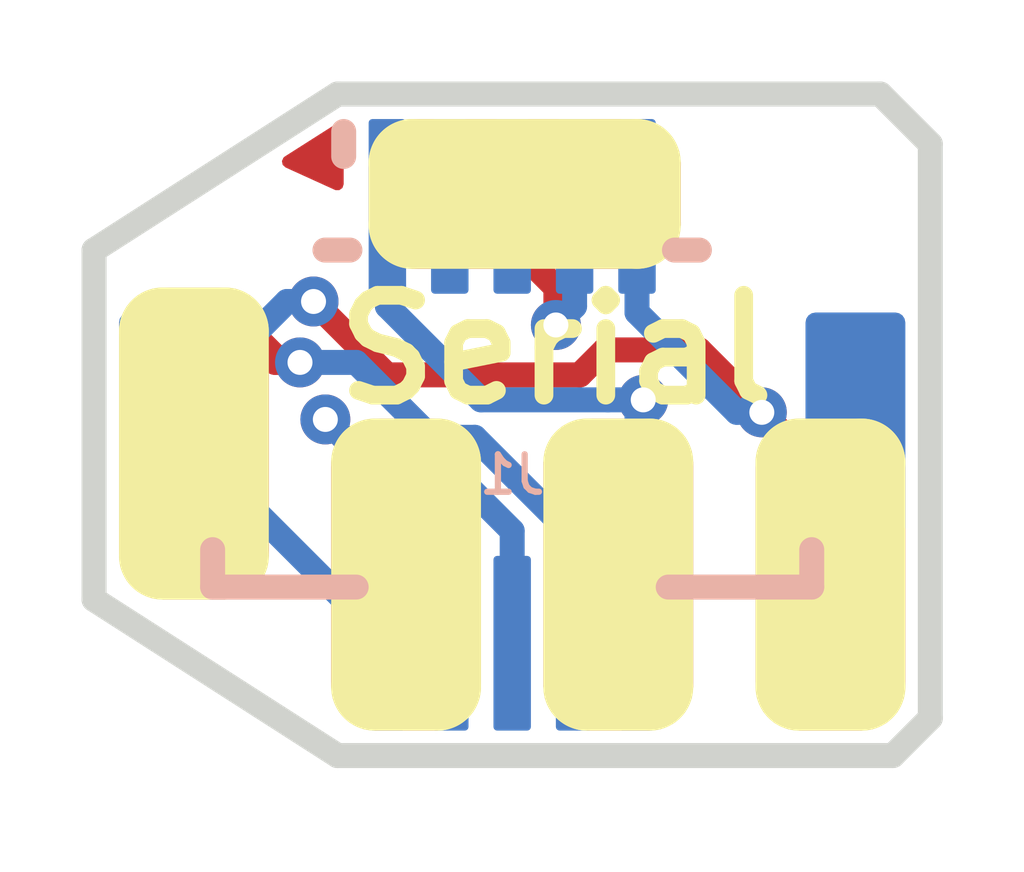
<source format=kicad_pcb>
(kicad_pcb (version 20171130) (host pcbnew "(5.1.4)-1")

  (general
    (thickness 0.8)
    (drawings 35)
    (tracks 46)
    (zones 0)
    (modules 6)
    (nets 9)
  )

  (page A4)
  (layers
    (0 F.Cu signal)
    (31 B.Cu signal)
    (32 B.Adhes user)
    (33 F.Adhes user)
    (34 B.Paste user)
    (35 F.Paste user)
    (36 B.SilkS user)
    (37 F.SilkS user)
    (38 B.Mask user)
    (39 F.Mask user)
    (40 Dwgs.User user)
    (41 Cmts.User user)
    (42 Eco1.User user)
    (43 Eco2.User user)
    (44 Edge.Cuts user)
    (45 Margin user)
    (46 B.CrtYd user)
    (47 F.CrtYd user)
    (48 B.Fab user)
    (49 F.Fab user)
  )

  (setup
    (last_trace_width 0.2)
    (user_trace_width 0.2)
    (trace_clearance 0.1)
    (zone_clearance 0.1)
    (zone_45_only no)
    (trace_min 0.1)
    (via_size 0.4)
    (via_drill 0.2)
    (via_min_size 0.4)
    (via_min_drill 0.2)
    (uvia_size 0.3)
    (uvia_drill 0.1)
    (uvias_allowed no)
    (uvia_min_size 0.2)
    (uvia_min_drill 0.1)
    (edge_width 0.05)
    (segment_width 0.2)
    (pcb_text_width 0.3)
    (pcb_text_size 1.5 1.5)
    (mod_edge_width 0.12)
    (mod_text_size 1 1)
    (mod_text_width 0.15)
    (pad_size 1.2 2.5)
    (pad_drill 0)
    (pad_to_mask_clearance 0.05)
    (solder_mask_min_width 0.1)
    (aux_axis_origin 0 0)
    (visible_elements FFFFFF7F)
    (pcbplotparams
      (layerselection 0x00020_7ffffffe)
      (usegerberextensions false)
      (usegerberattributes false)
      (usegerberadvancedattributes false)
      (creategerberjobfile false)
      (excludeedgelayer true)
      (linewidth 0.250000)
      (plotframeref false)
      (viasonmask false)
      (mode 1)
      (useauxorigin false)
      (hpglpennumber 1)
      (hpglpenspeed 20)
      (hpglpendiameter 15.000000)
      (psnegative false)
      (psa4output false)
      (plotreference true)
      (plotvalue true)
      (plotinvisibletext false)
      (padsonsilk false)
      (subtractmaskfromsilk true)
      (outputformat 1)
      (mirror false)
      (drillshape 0)
      (scaleselection 1)
      (outputdirectory "gerbers/test/"))
  )

  (net 0 "")
  (net 1 I2C_SDA)
  (net 2 +5V)
  (net 3 MP_PIN)
  (net 4 I2C_SCL)
  (net 5 GND)
  (net 6 +3,3V)
  (net 7 UART_TX)
  (net 8 UART_RX)

  (net_class Default "Dies ist die voreingestellte Netzklasse."
    (clearance 0.1)
    (trace_width 0.1)
    (via_dia 0.4)
    (via_drill 0.2)
    (uvia_dia 0.3)
    (uvia_drill 0.1)
    (add_net +3,3V)
    (add_net +5V)
    (add_net GND)
    (add_net I2C_SCL)
    (add_net I2C_SDA)
    (add_net MP_PIN)
    (add_net UART_RX)
    (add_net UART_TX)
  )

  (module ultimateFC:10132797-011100LF_mod_small_adapter_pads (layer B.Cu) (tedit 6063706E) (tstamp 60648B92)
    (at 161.3 81.75 180)
    (path /644428D1)
    (fp_text reference J1 (at 0 -0.4) (layer B.SilkS)
      (effects (font (size 0.3 0.3) (thickness 0.05)) (justify mirror))
    )
    (fp_text value Conn_02x05_Counter_Clockwise (at -0.05 0.2) (layer B.Fab)
      (effects (font (size 0.3 0.3) (thickness 0.05)) (justify mirror))
    )
    (fp_line (start -2.35 1.3) (end 2.35 1.3) (layer B.Fab) (width 0.12))
    (fp_line (start 2.35 1.3) (end 2.35 -1.2) (layer B.Fab) (width 0.12))
    (fp_line (start 2.35 -1.2) (end -2.35 -1.2) (layer B.Fab) (width 0.12))
    (fp_line (start -2.35 -1.2) (end -2.35 1.3) (layer B.Fab) (width 0.12))
    (fp_line (start 2.4 -1) (end 2.4 -1.3) (layer B.SilkS) (width 0.2))
    (fp_line (start 2.4 -1.3) (end 1.25 -1.3) (layer B.SilkS) (width 0.2))
    (fp_line (start -2.4 -1.3) (end -2.4 -1) (layer B.SilkS) (width 0.2))
    (fp_line (start -2.4 -1.3) (end -1.25 -1.3) (layer B.SilkS) (width 0.2))
    (fp_line (start 1.5 1.4) (end 1.3 1.4) (layer B.SilkS) (width 0.2))
    (fp_line (start -1.3 1.4) (end -1.5 1.4) (layer B.SilkS) (width 0.2))
    (fp_line (start 1.35 2.35) (end 1.35 2.15) (layer B.SilkS) (width 0.2))
    (pad 1 smd roundrect (at 1 1.75) (size 0.3 1.4) (layers B.Cu B.Paste B.Mask) (roundrect_rratio 0.1)
      (net 2 +5V))
    (pad 2 smd roundrect (at 0.5 1.75) (size 0.3 1.4) (layers B.Cu B.Paste B.Mask) (roundrect_rratio 0.1)
      (net 1 I2C_SDA))
    (pad 3 smd roundrect (at 0 1.75) (size 0.3 1.4) (layers B.Cu B.Paste B.Mask) (roundrect_rratio 0.1)
      (net 4 I2C_SCL))
    (pad 4 smd roundrect (at -0.5 1.75) (size 0.3 1.4) (layers B.Cu B.Paste B.Mask) (roundrect_rratio 0.1)
      (net 3 MP_PIN))
    (pad 5 smd roundrect (at -1 1.75) (size 0.3 1.4) (layers B.Cu B.Paste B.Mask) (roundrect_rratio 0.1)
      (net 5 GND))
    (pad 6 smd roundrect (at -1 -1.75) (size 0.3 1.4) (layers B.Cu B.Paste B.Mask) (roundrect_rratio 0.1)
      (net 2 +5V))
    (pad 7 smd roundrect (at -0.5 -1.75) (size 0.3 1.4) (layers B.Cu B.Paste B.Mask) (roundrect_rratio 0.1)
      (net 7 UART_TX))
    (pad 8 smd roundrect (at 0 -1.75) (size 0.3 1.4) (layers B.Cu B.Paste B.Mask) (roundrect_rratio 0.1)
      (net 8 UART_RX))
    (pad 9 smd roundrect (at 0.5 -1.75) (size 0.3 1.4) (layers B.Cu B.Paste B.Mask) (roundrect_rratio 0.1)
      (net 6 +3,3V))
    (pad 10 smd roundrect (at 1 -1.75) (size 0.3 1.4) (layers B.Cu B.Paste B.Mask) (roundrect_rratio 0.1)
      (net 5 GND))
    (pad "" smd roundrect (at 2.75 0 180) (size 0.8 1.8) (layers B.Cu B.Paste B.Mask) (roundrect_rratio 0.1))
    (pad "" smd roundrect (at -2.75 0) (size 0.8 1.8) (layers B.Cu B.Paste B.Mask) (roundrect_rratio 0.1))
    (pad "" np_thru_hole circle (at 2.05 1.5 180) (size 0.6 0.6) (drill 0.6) (layers *.Cu *.Mask)
      (solder_mask_margin -0.001))
    (pad "" np_thru_hole circle (at -2.05 1.5 180) (size 0.6 0.6) (drill 0.6) (layers *.Cu *.Mask)
      (solder_mask_margin -0.001))
    (model C:/Users/Christian/Desktop/Elektronik/yolo_fc/yolo-fc/kicad/3D/10132798-011110LF.stp
      (at (xyz 0 0 0))
      (scale (xyz 1 1 1))
      (rotate (xyz -90 0 0))
    )
  )

  (module ultimateFC:TestPoint_Pad_1.2x2.5mm (layer F.Cu) (tedit 60637C19) (tstamp 60649766)
    (at 162.15 82.95)
    (descr "SMD rectangular pad as test Point, square 1.0mm side length")
    (tags "test point SMD pad rectangle square")
    (path /644454EE)
    (attr virtual)
    (fp_text reference TP1 (at 0 -1.448) (layer F.SilkS) hide
      (effects (font (size 1 1) (thickness 0.15)))
    )
    (fp_text value PAD (at 0 1.55) (layer F.Fab)
      (effects (font (size 1 1) (thickness 0.15)))
    )
    (fp_text user %R (at 0 -1.45) (layer F.Fab)
      (effects (font (size 1 1) (thickness 0.15)))
    )
    (pad 1 smd roundrect (at 0 0) (size 1.2 2.5) (layers F.Cu F.Mask) (roundrect_rratio 0.292)
      (net 2 +5V))
  )

  (module ultimateFC:TestPoint_Pad_1.2x2.5mm (layer F.Cu) (tedit 60637E51) (tstamp 6064976B)
    (at 163.85 82.95)
    (descr "SMD rectangular pad as test Point, square 1.0mm side length")
    (tags "test point SMD pad rectangle square")
    (path /644462B3)
    (attr virtual)
    (fp_text reference TP2 (at 0 -1.448) (layer F.SilkS) hide
      (effects (font (size 1 1) (thickness 0.15)))
    )
    (fp_text value PAD (at 0 1.55) (layer F.Fab)
      (effects (font (size 1 1) (thickness 0.15)))
    )
    (fp_text user %R (at 0 -1.45) (layer F.Fab)
      (effects (font (size 1 1) (thickness 0.15)))
    )
    (pad 1 smd roundrect (at 0 0) (size 1.2 2.5) (layers F.Cu F.Mask) (roundrect_rratio 0.292)
      (net 5 GND))
  )

  (module ultimateFC:TestPoint_Pad_1.2x2.5mm (layer F.Cu) (tedit 60636C85) (tstamp 60649770)
    (at 160.45 82.95)
    (descr "SMD rectangular pad as test Point, square 1.0mm side length")
    (tags "test point SMD pad rectangle square")
    (path /6444682E)
    (attr virtual)
    (fp_text reference TP3 (at 0 -1.448) (layer F.SilkS) hide
      (effects (font (size 1 1) (thickness 0.15)))
    )
    (fp_text value PAD (at 0 1.55) (layer F.Fab)
      (effects (font (size 1 1) (thickness 0.15)))
    )
    (fp_text user %R (at 0 -1.45) (layer F.Fab)
      (effects (font (size 1 1) (thickness 0.15)))
    )
    (pad 1 smd roundrect (at 0 0) (size 1.2 2.5) (layers F.Cu F.Mask) (roundrect_rratio 0.292)
      (net 8 UART_RX))
  )

  (module ultimateFC:TestPoint_Pad_1.2x2.5mm (layer F.Cu) (tedit 60637F8F) (tstamp 60649775)
    (at 158.75 81.9)
    (descr "SMD rectangular pad as test Point, square 1.0mm side length")
    (tags "test point SMD pad rectangle square")
    (path /64446838)
    (attr virtual)
    (fp_text reference TP4 (at 0 -1.448) (layer F.SilkS) hide
      (effects (font (size 1 1) (thickness 0.15)))
    )
    (fp_text value PAD (at 0 1.55) (layer F.Fab)
      (effects (font (size 1 1) (thickness 0.15)))
    )
    (fp_text user %R (at 0 -1.45) (layer F.Fab)
      (effects (font (size 1 1) (thickness 0.15)))
    )
    (pad 1 smd roundrect (at 0 0) (size 1.2 2.5) (layers F.Cu F.Mask) (roundrect_rratio 0.292)
      (net 7 UART_TX))
  )

  (module ultimateFC:TestPoint_Pad_1.2x2.5mm (layer F.Cu) (tedit 60636C85) (tstamp 6064977A)
    (at 161.4 79.9 90)
    (descr "SMD rectangular pad as test Point, square 1.0mm side length")
    (tags "test point SMD pad rectangle square")
    (path /64446F86)
    (attr virtual)
    (fp_text reference TP5 (at 0 -1.448 90) (layer F.SilkS) hide
      (effects (font (size 1 1) (thickness 0.15)))
    )
    (fp_text value PAD (at 0 1.55 90) (layer F.Fab)
      (effects (font (size 1 1) (thickness 0.15)))
    )
    (fp_text user %R (at 0 -1.45 90) (layer F.Fab)
      (effects (font (size 1 1) (thickness 0.15)))
    )
    (pad 1 smd roundrect (at 0 0 90) (size 1.2 2.5) (layers F.Cu F.Mask) (roundrect_rratio 0.292)
      (net 3 MP_PIN))
  )

  (gr_text Serial (at 161.65 81.15) (layer F.SilkS)
    (effects (font (size 0.8 0.8) (thickness 0.15)))
  )
  (gr_line (start 160.5 80.15) (end 160.5 79.65) (layer F.SilkS) (width 0.7) (tstamp 6064A963))
  (gr_line (start 162.300001 79.650001) (end 162.3 80.15) (layer F.SilkS) (width 0.7) (tstamp 6064A962))
  (gr_line (start 162.300001 79.650001) (end 160.5 79.65) (layer F.SilkS) (width 0.7) (tstamp 6064A961))
  (gr_line (start 160.5 80.15) (end 162.3 80.15) (layer F.SilkS) (width 0.7) (tstamp 6064A960))
  (gr_line (start 158.5 81) (end 159 81) (layer F.SilkS) (width 0.7) (tstamp 6064A963))
  (gr_line (start 158.999999 82.8) (end 158.5 82.8) (layer F.SilkS) (width 0.7) (tstamp 6064A962))
  (gr_line (start 158.999999 82.8) (end 159 81) (layer F.SilkS) (width 0.7) (tstamp 6064A961))
  (gr_line (start 158.5 81) (end 158.5 82.8) (layer F.SilkS) (width 0.7) (tstamp 6064A960))
  (gr_line (start 160.2 82.05) (end 160.7 82.05) (layer F.SilkS) (width 0.7) (tstamp 6064A963))
  (gr_line (start 160.699999 83.85) (end 160.2 83.85) (layer F.SilkS) (width 0.7) (tstamp 6064A962))
  (gr_line (start 160.699999 83.85) (end 160.7 82.05) (layer F.SilkS) (width 0.7) (tstamp 6064A961))
  (gr_line (start 160.2 82.05) (end 160.2 83.85) (layer F.SilkS) (width 0.7) (tstamp 6064A960))
  (gr_line (start 161.9 82.05) (end 162.4 82.05) (layer F.SilkS) (width 0.7) (tstamp 6064A963))
  (gr_line (start 162.399999 83.85) (end 161.9 83.85) (layer F.SilkS) (width 0.7) (tstamp 6064A962))
  (gr_line (start 162.399999 83.85) (end 162.4 82.05) (layer F.SilkS) (width 0.7) (tstamp 6064A961))
  (gr_line (start 161.9 82.05) (end 161.9 83.85) (layer F.SilkS) (width 0.7) (tstamp 6064A960))
  (gr_line (start 164.099999 83.85) (end 163.6 83.85) (layer F.SilkS) (width 0.7) (tstamp 6064A90A))
  (gr_line (start 164.099999 83.85) (end 164.1 82.05) (layer F.SilkS) (width 0.7) (tstamp 6064A909))
  (gr_line (start 163.6 82.05) (end 163.6 83.85) (layer F.SilkS) (width 0.7) (tstamp 6064A8F5))
  (gr_line (start 163.6 82.05) (end 164.1 82.05) (layer F.SilkS) (width 0.7))
  (gr_text MP (at 161.4 79.9) (layer F.Mask) (tstamp 6064A5B5)
    (effects (font (size 0.7 0.7) (thickness 0.15)))
  )
  (gr_text GND (at 163.9 82.9 90) (layer F.Mask) (tstamp 6064A577)
    (effects (font (size 0.7 0.7) (thickness 0.15)))
  )
  (gr_text +5V (at 162.2 83 90) (layer F.Mask) (tstamp 6064A573)
    (effects (font (size 0.7 0.7) (thickness 0.15)))
  )
  (gr_text RX (at 160.5 82.95 90) (layer F.Mask) (tstamp 6064A563)
    (effects (font (size 0.7 0.7) (thickness 0.15)))
  )
  (gr_line (start 157.95 83.15) (end 159.9 84.4) (layer Edge.Cuts) (width 0.2) (tstamp 60649927))
  (gr_line (start 164.35 84.4) (end 164.65 84.1) (layer Edge.Cuts) (width 0.2) (tstamp 60649868))
  (gr_line (start 164.25 79.1) (end 164.65 79.5) (layer Edge.Cuts) (width 0.2) (tstamp 606497C5))
  (gr_line (start 157.95 80.35) (end 159.9 79.1) (layer Edge.Cuts) (width 0.2) (tstamp 6064945E))
  (gr_line (start 157.95 83.15) (end 157.95 80.35) (layer Edge.Cuts) (width 0.2) (tstamp 60649425))
  (gr_line (start 164.25 79.1) (end 159.9 79.1) (layer Edge.Cuts) (width 0.2) (tstamp 60649424))
  (gr_line (start 164.65 79.5) (end 164.65 84.1) (layer Edge.Cuts) (width 0.2) (tstamp 6064941B))
  (gr_line (start 159.9 84.4) (end 164.35 84.4) (layer Edge.Cuts) (width 0.2))
  (gr_poly (pts (xy 159.35 79.65) (xy 160 79.25) (xy 160 79.95)) (layer F.Mask) (width 0.1))
  (gr_text TX (at 158.8 81.85 90) (layer F.Mask)
    (effects (font (size 0.7 0.7) (thickness 0.15)))
  )

  (segment (start 162.067158 81.55) (end 162.35 81.55) (width 0.2) (layer B.Cu) (net 2))
  (segment (start 162.3 81.6) (end 162.35 81.55) (width 0.2) (layer B.Cu) (net 2))
  (segment (start 162.3 83.5) (end 162.3 81.6) (width 0.2) (layer B.Cu) (net 2))
  (segment (start 162.2 81.55) (end 162.35 81.55) (width 0.1) (layer F.Cu) (net 2))
  (segment (start 160.3 80.8) (end 161.05 81.55) (width 0.2) (layer B.Cu) (net 2))
  (segment (start 161.05 81.55) (end 162.067158 81.55) (width 0.2) (layer B.Cu) (net 2))
  (segment (start 160.3 80) (end 160.3 80.8) (width 0.2) (layer B.Cu) (net 2))
  (via (at 162.35 81.55) (size 0.4) (drill 0.2) (layers F.Cu B.Cu) (net 2))
  (segment (start 162.35 81.55) (end 162.35 81.832842) (width 0.2) (layer F.Cu) (net 2))
  (via (at 161.650003 80.949997) (size 0.4) (drill 0.2) (layers F.Cu B.Cu) (net 3))
  (segment (start 161.8 80) (end 161.8 80.8) (width 0.2) (layer B.Cu) (net 3))
  (segment (start 161.8 80.8) (end 161.650003 80.949997) (width 0.2) (layer B.Cu) (net 3))
  (segment (start 161.65 80.949994) (end 161.650003 80.949997) (width 0.2) (layer F.Cu) (net 3))
  (segment (start 161.650003 80.949997) (end 161.650003 80.650003) (width 0.2) (layer F.Cu) (net 3))
  (segment (start 161.650003 80.650003) (end 161.45 80.45) (width 0.2) (layer F.Cu) (net 3))
  (via (at 163.3 81.65) (size 0.4) (drill 0.2) (layers F.Cu B.Cu) (net 5))
  (via (at 159.708465 80.761905) (size 0.4) (drill 0.2) (layers F.Cu B.Cu) (net 5))
  (segment (start 159.496093 80.761905) (end 159.708465 80.761905) (width 0.2) (layer B.Cu) (net 5))
  (segment (start 159.15001 81.107988) (end 159.496093 80.761905) (width 0.2) (layer B.Cu) (net 5))
  (segment (start 160.3 83.5) (end 159.15001 82.35001) (width 0.2) (layer B.Cu) (net 5))
  (segment (start 159.15001 82.35001) (end 159.15001 81.107988) (width 0.2) (layer B.Cu) (net 5))
  (segment (start 163.1 81.65) (end 163.3 81.65) (width 0.2) (layer B.Cu) (net 5))
  (segment (start 162.3 80) (end 162.3 80.85) (width 0.2) (layer B.Cu) (net 5))
  (segment (start 162.3 80.85) (end 163.1 81.65) (width 0.2) (layer B.Cu) (net 5))
  (segment (start 160.09656 81.15) (end 159.708465 80.761905) (width 0.2) (layer F.Cu) (net 5))
  (segment (start 160.296558 81.349998) (end 160.09656 81.15) (width 0.2) (layer F.Cu) (net 5))
  (segment (start 161.842004 81.349998) (end 160.296558 81.349998) (width 0.2) (layer F.Cu) (net 5))
  (segment (start 162.042002 81.15) (end 161.842004 81.349998) (width 0.2) (layer F.Cu) (net 5))
  (segment (start 162.8 81.15) (end 162.042002 81.15) (width 0.2) (layer F.Cu) (net 5))
  (segment (start 163.3 81.65) (end 162.8 81.15) (width 0.2) (layer F.Cu) (net 5))
  (segment (start 163.3 81.65) (end 163.5 81.85) (width 0.2) (layer F.Cu) (net 5))
  (segment (start 161.8 83.5) (end 161.8 82.65) (width 0.2) (layer B.Cu) (net 7))
  (segment (start 161.8 82.65) (end 161 81.85) (width 0.2) (layer B.Cu) (net 7))
  (segment (start 161 81.85) (end 160.65 81.85) (width 0.2) (layer B.Cu) (net 7))
  (via (at 159.6 81.25) (size 0.4) (drill 0.2) (layers F.Cu B.Cu) (net 7))
  (segment (start 160.65 81.85) (end 160.05 81.25) (width 0.2) (layer B.Cu) (net 7))
  (segment (start 160.05 81.25) (end 159.6 81.25) (width 0.2) (layer B.Cu) (net 7))
  (segment (start 159.6 81.25) (end 159.4 81.25) (width 0.2) (layer F.Cu) (net 7))
  (segment (start 159.4 81.2) (end 159.2 81) (width 0.2) (layer F.Cu) (net 7))
  (segment (start 159.4 81.25) (end 159.4 81.2) (width 0.2) (layer F.Cu) (net 7))
  (via (at 159.80307 81.706908) (size 0.4) (drill 0.2) (layers F.Cu B.Cu) (net 8))
  (segment (start 160.45 82.353838) (end 159.80307 81.706908) (width 0.2) (layer F.Cu) (net 8))
  (segment (start 159.80307 81.706908) (end 160.346162 82.25) (width 0.2) (layer B.Cu) (net 8))
  (segment (start 160.346162 82.25) (end 160.95 82.25) (width 0.2) (layer B.Cu) (net 8))
  (segment (start 161.3 82.6) (end 161.3 83.5) (width 0.2) (layer B.Cu) (net 8))
  (segment (start 160.95 82.25) (end 161.3 82.6) (width 0.2) (layer B.Cu) (net 8))

  (zone (net 0) (net_name "") (layer F.Cu) (tstamp 0) (hatch edge 0.508)
    (connect_pads (clearance 0.1))
    (min_thickness 0.1)
    (fill yes (arc_segments 32) (thermal_gap 0.508) (thermal_bridge_width 0.508))
    (polygon
      (pts
        (xy 159.95 79.3) (xy 159.4 79.65) (xy 159.95 79.9)
      )
    )
    (filled_polygon
      (pts
        (xy 159.9 79.82235) (xy 159.504672 79.642656) (xy 159.9 79.391084)
      )
    )
  )
)

</source>
